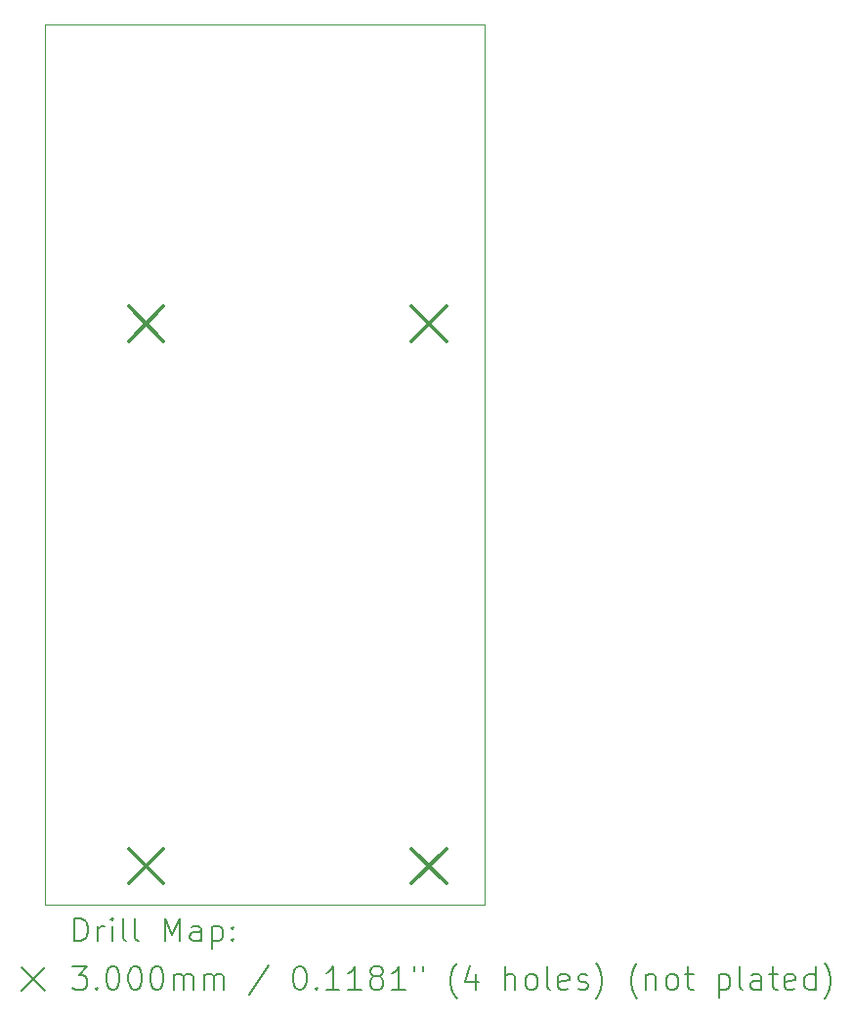
<source format=gbr>
%TF.GenerationSoftware,KiCad,Pcbnew,7.0.9*%
%TF.CreationDate,2023-11-29T15:21:28-05:00*%
%TF.ProjectId,Foodinator,466f6f64-696e-4617-946f-722e6b696361,rev?*%
%TF.SameCoordinates,Original*%
%TF.FileFunction,Drillmap*%
%TF.FilePolarity,Positive*%
%FSLAX45Y45*%
G04 Gerber Fmt 4.5, Leading zero omitted, Abs format (unit mm)*
G04 Created by KiCad (PCBNEW 7.0.9) date 2023-11-29 15:21:28*
%MOMM*%
%LPD*%
G01*
G04 APERTURE LIST*
%ADD10C,0.100000*%
%ADD11C,0.200000*%
%ADD12C,0.300000*%
G04 APERTURE END LIST*
D10*
X12954000Y-13208000D02*
X12954000Y-5588000D01*
X9144000Y-5588000D02*
X9144000Y-13208000D01*
X12954000Y-5588000D02*
X9144000Y-5588000D01*
X9144000Y-13208000D02*
X12954000Y-13208000D01*
D11*
D12*
X9867500Y-8028500D02*
X10167500Y-8328500D01*
X10167500Y-8028500D02*
X9867500Y-8328500D01*
X9867500Y-12723500D02*
X10167500Y-13023500D01*
X10167500Y-12723500D02*
X9867500Y-13023500D01*
X12318500Y-8028500D02*
X12618500Y-8328500D01*
X12618500Y-8028500D02*
X12318500Y-8328500D01*
X12318500Y-12723500D02*
X12618500Y-13023500D01*
X12618500Y-12723500D02*
X12318500Y-13023500D01*
D11*
X9399777Y-13524484D02*
X9399777Y-13324484D01*
X9399777Y-13324484D02*
X9447396Y-13324484D01*
X9447396Y-13324484D02*
X9475967Y-13334008D01*
X9475967Y-13334008D02*
X9495015Y-13353055D01*
X9495015Y-13353055D02*
X9504539Y-13372103D01*
X9504539Y-13372103D02*
X9514063Y-13410198D01*
X9514063Y-13410198D02*
X9514063Y-13438769D01*
X9514063Y-13438769D02*
X9504539Y-13476865D01*
X9504539Y-13476865D02*
X9495015Y-13495912D01*
X9495015Y-13495912D02*
X9475967Y-13514960D01*
X9475967Y-13514960D02*
X9447396Y-13524484D01*
X9447396Y-13524484D02*
X9399777Y-13524484D01*
X9599777Y-13524484D02*
X9599777Y-13391150D01*
X9599777Y-13429246D02*
X9609301Y-13410198D01*
X9609301Y-13410198D02*
X9618824Y-13400674D01*
X9618824Y-13400674D02*
X9637872Y-13391150D01*
X9637872Y-13391150D02*
X9656920Y-13391150D01*
X9723586Y-13524484D02*
X9723586Y-13391150D01*
X9723586Y-13324484D02*
X9714063Y-13334008D01*
X9714063Y-13334008D02*
X9723586Y-13343531D01*
X9723586Y-13343531D02*
X9733110Y-13334008D01*
X9733110Y-13334008D02*
X9723586Y-13324484D01*
X9723586Y-13324484D02*
X9723586Y-13343531D01*
X9847396Y-13524484D02*
X9828348Y-13514960D01*
X9828348Y-13514960D02*
X9818824Y-13495912D01*
X9818824Y-13495912D02*
X9818824Y-13324484D01*
X9952158Y-13524484D02*
X9933110Y-13514960D01*
X9933110Y-13514960D02*
X9923586Y-13495912D01*
X9923586Y-13495912D02*
X9923586Y-13324484D01*
X10180729Y-13524484D02*
X10180729Y-13324484D01*
X10180729Y-13324484D02*
X10247396Y-13467341D01*
X10247396Y-13467341D02*
X10314063Y-13324484D01*
X10314063Y-13324484D02*
X10314063Y-13524484D01*
X10495015Y-13524484D02*
X10495015Y-13419722D01*
X10495015Y-13419722D02*
X10485491Y-13400674D01*
X10485491Y-13400674D02*
X10466444Y-13391150D01*
X10466444Y-13391150D02*
X10428348Y-13391150D01*
X10428348Y-13391150D02*
X10409301Y-13400674D01*
X10495015Y-13514960D02*
X10475967Y-13524484D01*
X10475967Y-13524484D02*
X10428348Y-13524484D01*
X10428348Y-13524484D02*
X10409301Y-13514960D01*
X10409301Y-13514960D02*
X10399777Y-13495912D01*
X10399777Y-13495912D02*
X10399777Y-13476865D01*
X10399777Y-13476865D02*
X10409301Y-13457817D01*
X10409301Y-13457817D02*
X10428348Y-13448293D01*
X10428348Y-13448293D02*
X10475967Y-13448293D01*
X10475967Y-13448293D02*
X10495015Y-13438769D01*
X10590253Y-13391150D02*
X10590253Y-13591150D01*
X10590253Y-13400674D02*
X10609301Y-13391150D01*
X10609301Y-13391150D02*
X10647396Y-13391150D01*
X10647396Y-13391150D02*
X10666444Y-13400674D01*
X10666444Y-13400674D02*
X10675967Y-13410198D01*
X10675967Y-13410198D02*
X10685491Y-13429246D01*
X10685491Y-13429246D02*
X10685491Y-13486388D01*
X10685491Y-13486388D02*
X10675967Y-13505436D01*
X10675967Y-13505436D02*
X10666444Y-13514960D01*
X10666444Y-13514960D02*
X10647396Y-13524484D01*
X10647396Y-13524484D02*
X10609301Y-13524484D01*
X10609301Y-13524484D02*
X10590253Y-13514960D01*
X10771205Y-13505436D02*
X10780729Y-13514960D01*
X10780729Y-13514960D02*
X10771205Y-13524484D01*
X10771205Y-13524484D02*
X10761682Y-13514960D01*
X10761682Y-13514960D02*
X10771205Y-13505436D01*
X10771205Y-13505436D02*
X10771205Y-13524484D01*
X10771205Y-13400674D02*
X10780729Y-13410198D01*
X10780729Y-13410198D02*
X10771205Y-13419722D01*
X10771205Y-13419722D02*
X10761682Y-13410198D01*
X10761682Y-13410198D02*
X10771205Y-13400674D01*
X10771205Y-13400674D02*
X10771205Y-13419722D01*
X8939000Y-13753000D02*
X9139000Y-13953000D01*
X9139000Y-13753000D02*
X8939000Y-13953000D01*
X9380729Y-13744484D02*
X9504539Y-13744484D01*
X9504539Y-13744484D02*
X9437872Y-13820674D01*
X9437872Y-13820674D02*
X9466444Y-13820674D01*
X9466444Y-13820674D02*
X9485491Y-13830198D01*
X9485491Y-13830198D02*
X9495015Y-13839722D01*
X9495015Y-13839722D02*
X9504539Y-13858769D01*
X9504539Y-13858769D02*
X9504539Y-13906388D01*
X9504539Y-13906388D02*
X9495015Y-13925436D01*
X9495015Y-13925436D02*
X9485491Y-13934960D01*
X9485491Y-13934960D02*
X9466444Y-13944484D01*
X9466444Y-13944484D02*
X9409301Y-13944484D01*
X9409301Y-13944484D02*
X9390253Y-13934960D01*
X9390253Y-13934960D02*
X9380729Y-13925436D01*
X9590253Y-13925436D02*
X9599777Y-13934960D01*
X9599777Y-13934960D02*
X9590253Y-13944484D01*
X9590253Y-13944484D02*
X9580729Y-13934960D01*
X9580729Y-13934960D02*
X9590253Y-13925436D01*
X9590253Y-13925436D02*
X9590253Y-13944484D01*
X9723586Y-13744484D02*
X9742634Y-13744484D01*
X9742634Y-13744484D02*
X9761682Y-13754008D01*
X9761682Y-13754008D02*
X9771205Y-13763531D01*
X9771205Y-13763531D02*
X9780729Y-13782579D01*
X9780729Y-13782579D02*
X9790253Y-13820674D01*
X9790253Y-13820674D02*
X9790253Y-13868293D01*
X9790253Y-13868293D02*
X9780729Y-13906388D01*
X9780729Y-13906388D02*
X9771205Y-13925436D01*
X9771205Y-13925436D02*
X9761682Y-13934960D01*
X9761682Y-13934960D02*
X9742634Y-13944484D01*
X9742634Y-13944484D02*
X9723586Y-13944484D01*
X9723586Y-13944484D02*
X9704539Y-13934960D01*
X9704539Y-13934960D02*
X9695015Y-13925436D01*
X9695015Y-13925436D02*
X9685491Y-13906388D01*
X9685491Y-13906388D02*
X9675967Y-13868293D01*
X9675967Y-13868293D02*
X9675967Y-13820674D01*
X9675967Y-13820674D02*
X9685491Y-13782579D01*
X9685491Y-13782579D02*
X9695015Y-13763531D01*
X9695015Y-13763531D02*
X9704539Y-13754008D01*
X9704539Y-13754008D02*
X9723586Y-13744484D01*
X9914063Y-13744484D02*
X9933110Y-13744484D01*
X9933110Y-13744484D02*
X9952158Y-13754008D01*
X9952158Y-13754008D02*
X9961682Y-13763531D01*
X9961682Y-13763531D02*
X9971205Y-13782579D01*
X9971205Y-13782579D02*
X9980729Y-13820674D01*
X9980729Y-13820674D02*
X9980729Y-13868293D01*
X9980729Y-13868293D02*
X9971205Y-13906388D01*
X9971205Y-13906388D02*
X9961682Y-13925436D01*
X9961682Y-13925436D02*
X9952158Y-13934960D01*
X9952158Y-13934960D02*
X9933110Y-13944484D01*
X9933110Y-13944484D02*
X9914063Y-13944484D01*
X9914063Y-13944484D02*
X9895015Y-13934960D01*
X9895015Y-13934960D02*
X9885491Y-13925436D01*
X9885491Y-13925436D02*
X9875967Y-13906388D01*
X9875967Y-13906388D02*
X9866444Y-13868293D01*
X9866444Y-13868293D02*
X9866444Y-13820674D01*
X9866444Y-13820674D02*
X9875967Y-13782579D01*
X9875967Y-13782579D02*
X9885491Y-13763531D01*
X9885491Y-13763531D02*
X9895015Y-13754008D01*
X9895015Y-13754008D02*
X9914063Y-13744484D01*
X10104539Y-13744484D02*
X10123586Y-13744484D01*
X10123586Y-13744484D02*
X10142634Y-13754008D01*
X10142634Y-13754008D02*
X10152158Y-13763531D01*
X10152158Y-13763531D02*
X10161682Y-13782579D01*
X10161682Y-13782579D02*
X10171205Y-13820674D01*
X10171205Y-13820674D02*
X10171205Y-13868293D01*
X10171205Y-13868293D02*
X10161682Y-13906388D01*
X10161682Y-13906388D02*
X10152158Y-13925436D01*
X10152158Y-13925436D02*
X10142634Y-13934960D01*
X10142634Y-13934960D02*
X10123586Y-13944484D01*
X10123586Y-13944484D02*
X10104539Y-13944484D01*
X10104539Y-13944484D02*
X10085491Y-13934960D01*
X10085491Y-13934960D02*
X10075967Y-13925436D01*
X10075967Y-13925436D02*
X10066444Y-13906388D01*
X10066444Y-13906388D02*
X10056920Y-13868293D01*
X10056920Y-13868293D02*
X10056920Y-13820674D01*
X10056920Y-13820674D02*
X10066444Y-13782579D01*
X10066444Y-13782579D02*
X10075967Y-13763531D01*
X10075967Y-13763531D02*
X10085491Y-13754008D01*
X10085491Y-13754008D02*
X10104539Y-13744484D01*
X10256920Y-13944484D02*
X10256920Y-13811150D01*
X10256920Y-13830198D02*
X10266444Y-13820674D01*
X10266444Y-13820674D02*
X10285491Y-13811150D01*
X10285491Y-13811150D02*
X10314063Y-13811150D01*
X10314063Y-13811150D02*
X10333110Y-13820674D01*
X10333110Y-13820674D02*
X10342634Y-13839722D01*
X10342634Y-13839722D02*
X10342634Y-13944484D01*
X10342634Y-13839722D02*
X10352158Y-13820674D01*
X10352158Y-13820674D02*
X10371205Y-13811150D01*
X10371205Y-13811150D02*
X10399777Y-13811150D01*
X10399777Y-13811150D02*
X10418825Y-13820674D01*
X10418825Y-13820674D02*
X10428348Y-13839722D01*
X10428348Y-13839722D02*
X10428348Y-13944484D01*
X10523586Y-13944484D02*
X10523586Y-13811150D01*
X10523586Y-13830198D02*
X10533110Y-13820674D01*
X10533110Y-13820674D02*
X10552158Y-13811150D01*
X10552158Y-13811150D02*
X10580729Y-13811150D01*
X10580729Y-13811150D02*
X10599777Y-13820674D01*
X10599777Y-13820674D02*
X10609301Y-13839722D01*
X10609301Y-13839722D02*
X10609301Y-13944484D01*
X10609301Y-13839722D02*
X10618825Y-13820674D01*
X10618825Y-13820674D02*
X10637872Y-13811150D01*
X10637872Y-13811150D02*
X10666444Y-13811150D01*
X10666444Y-13811150D02*
X10685491Y-13820674D01*
X10685491Y-13820674D02*
X10695015Y-13839722D01*
X10695015Y-13839722D02*
X10695015Y-13944484D01*
X11085491Y-13734960D02*
X10914063Y-13992103D01*
X11342634Y-13744484D02*
X11361682Y-13744484D01*
X11361682Y-13744484D02*
X11380729Y-13754008D01*
X11380729Y-13754008D02*
X11390253Y-13763531D01*
X11390253Y-13763531D02*
X11399777Y-13782579D01*
X11399777Y-13782579D02*
X11409301Y-13820674D01*
X11409301Y-13820674D02*
X11409301Y-13868293D01*
X11409301Y-13868293D02*
X11399777Y-13906388D01*
X11399777Y-13906388D02*
X11390253Y-13925436D01*
X11390253Y-13925436D02*
X11380729Y-13934960D01*
X11380729Y-13934960D02*
X11361682Y-13944484D01*
X11361682Y-13944484D02*
X11342634Y-13944484D01*
X11342634Y-13944484D02*
X11323586Y-13934960D01*
X11323586Y-13934960D02*
X11314063Y-13925436D01*
X11314063Y-13925436D02*
X11304539Y-13906388D01*
X11304539Y-13906388D02*
X11295015Y-13868293D01*
X11295015Y-13868293D02*
X11295015Y-13820674D01*
X11295015Y-13820674D02*
X11304539Y-13782579D01*
X11304539Y-13782579D02*
X11314063Y-13763531D01*
X11314063Y-13763531D02*
X11323586Y-13754008D01*
X11323586Y-13754008D02*
X11342634Y-13744484D01*
X11495015Y-13925436D02*
X11504539Y-13934960D01*
X11504539Y-13934960D02*
X11495015Y-13944484D01*
X11495015Y-13944484D02*
X11485491Y-13934960D01*
X11485491Y-13934960D02*
X11495015Y-13925436D01*
X11495015Y-13925436D02*
X11495015Y-13944484D01*
X11695015Y-13944484D02*
X11580729Y-13944484D01*
X11637872Y-13944484D02*
X11637872Y-13744484D01*
X11637872Y-13744484D02*
X11618825Y-13773055D01*
X11618825Y-13773055D02*
X11599777Y-13792103D01*
X11599777Y-13792103D02*
X11580729Y-13801627D01*
X11885491Y-13944484D02*
X11771206Y-13944484D01*
X11828348Y-13944484D02*
X11828348Y-13744484D01*
X11828348Y-13744484D02*
X11809301Y-13773055D01*
X11809301Y-13773055D02*
X11790253Y-13792103D01*
X11790253Y-13792103D02*
X11771206Y-13801627D01*
X11999777Y-13830198D02*
X11980729Y-13820674D01*
X11980729Y-13820674D02*
X11971206Y-13811150D01*
X11971206Y-13811150D02*
X11961682Y-13792103D01*
X11961682Y-13792103D02*
X11961682Y-13782579D01*
X11961682Y-13782579D02*
X11971206Y-13763531D01*
X11971206Y-13763531D02*
X11980729Y-13754008D01*
X11980729Y-13754008D02*
X11999777Y-13744484D01*
X11999777Y-13744484D02*
X12037872Y-13744484D01*
X12037872Y-13744484D02*
X12056920Y-13754008D01*
X12056920Y-13754008D02*
X12066444Y-13763531D01*
X12066444Y-13763531D02*
X12075967Y-13782579D01*
X12075967Y-13782579D02*
X12075967Y-13792103D01*
X12075967Y-13792103D02*
X12066444Y-13811150D01*
X12066444Y-13811150D02*
X12056920Y-13820674D01*
X12056920Y-13820674D02*
X12037872Y-13830198D01*
X12037872Y-13830198D02*
X11999777Y-13830198D01*
X11999777Y-13830198D02*
X11980729Y-13839722D01*
X11980729Y-13839722D02*
X11971206Y-13849246D01*
X11971206Y-13849246D02*
X11961682Y-13868293D01*
X11961682Y-13868293D02*
X11961682Y-13906388D01*
X11961682Y-13906388D02*
X11971206Y-13925436D01*
X11971206Y-13925436D02*
X11980729Y-13934960D01*
X11980729Y-13934960D02*
X11999777Y-13944484D01*
X11999777Y-13944484D02*
X12037872Y-13944484D01*
X12037872Y-13944484D02*
X12056920Y-13934960D01*
X12056920Y-13934960D02*
X12066444Y-13925436D01*
X12066444Y-13925436D02*
X12075967Y-13906388D01*
X12075967Y-13906388D02*
X12075967Y-13868293D01*
X12075967Y-13868293D02*
X12066444Y-13849246D01*
X12066444Y-13849246D02*
X12056920Y-13839722D01*
X12056920Y-13839722D02*
X12037872Y-13830198D01*
X12266444Y-13944484D02*
X12152158Y-13944484D01*
X12209301Y-13944484D02*
X12209301Y-13744484D01*
X12209301Y-13744484D02*
X12190253Y-13773055D01*
X12190253Y-13773055D02*
X12171206Y-13792103D01*
X12171206Y-13792103D02*
X12152158Y-13801627D01*
X12342634Y-13744484D02*
X12342634Y-13782579D01*
X12418825Y-13744484D02*
X12418825Y-13782579D01*
X12714063Y-14020674D02*
X12704539Y-14011150D01*
X12704539Y-14011150D02*
X12685491Y-13982579D01*
X12685491Y-13982579D02*
X12675968Y-13963531D01*
X12675968Y-13963531D02*
X12666444Y-13934960D01*
X12666444Y-13934960D02*
X12656920Y-13887341D01*
X12656920Y-13887341D02*
X12656920Y-13849246D01*
X12656920Y-13849246D02*
X12666444Y-13801627D01*
X12666444Y-13801627D02*
X12675968Y-13773055D01*
X12675968Y-13773055D02*
X12685491Y-13754008D01*
X12685491Y-13754008D02*
X12704539Y-13725436D01*
X12704539Y-13725436D02*
X12714063Y-13715912D01*
X12875968Y-13811150D02*
X12875968Y-13944484D01*
X12828348Y-13734960D02*
X12780729Y-13877817D01*
X12780729Y-13877817D02*
X12904539Y-13877817D01*
X13133110Y-13944484D02*
X13133110Y-13744484D01*
X13218825Y-13944484D02*
X13218825Y-13839722D01*
X13218825Y-13839722D02*
X13209301Y-13820674D01*
X13209301Y-13820674D02*
X13190253Y-13811150D01*
X13190253Y-13811150D02*
X13161682Y-13811150D01*
X13161682Y-13811150D02*
X13142634Y-13820674D01*
X13142634Y-13820674D02*
X13133110Y-13830198D01*
X13342634Y-13944484D02*
X13323587Y-13934960D01*
X13323587Y-13934960D02*
X13314063Y-13925436D01*
X13314063Y-13925436D02*
X13304539Y-13906388D01*
X13304539Y-13906388D02*
X13304539Y-13849246D01*
X13304539Y-13849246D02*
X13314063Y-13830198D01*
X13314063Y-13830198D02*
X13323587Y-13820674D01*
X13323587Y-13820674D02*
X13342634Y-13811150D01*
X13342634Y-13811150D02*
X13371206Y-13811150D01*
X13371206Y-13811150D02*
X13390253Y-13820674D01*
X13390253Y-13820674D02*
X13399777Y-13830198D01*
X13399777Y-13830198D02*
X13409301Y-13849246D01*
X13409301Y-13849246D02*
X13409301Y-13906388D01*
X13409301Y-13906388D02*
X13399777Y-13925436D01*
X13399777Y-13925436D02*
X13390253Y-13934960D01*
X13390253Y-13934960D02*
X13371206Y-13944484D01*
X13371206Y-13944484D02*
X13342634Y-13944484D01*
X13523587Y-13944484D02*
X13504539Y-13934960D01*
X13504539Y-13934960D02*
X13495015Y-13915912D01*
X13495015Y-13915912D02*
X13495015Y-13744484D01*
X13675968Y-13934960D02*
X13656920Y-13944484D01*
X13656920Y-13944484D02*
X13618825Y-13944484D01*
X13618825Y-13944484D02*
X13599777Y-13934960D01*
X13599777Y-13934960D02*
X13590253Y-13915912D01*
X13590253Y-13915912D02*
X13590253Y-13839722D01*
X13590253Y-13839722D02*
X13599777Y-13820674D01*
X13599777Y-13820674D02*
X13618825Y-13811150D01*
X13618825Y-13811150D02*
X13656920Y-13811150D01*
X13656920Y-13811150D02*
X13675968Y-13820674D01*
X13675968Y-13820674D02*
X13685491Y-13839722D01*
X13685491Y-13839722D02*
X13685491Y-13858769D01*
X13685491Y-13858769D02*
X13590253Y-13877817D01*
X13761682Y-13934960D02*
X13780730Y-13944484D01*
X13780730Y-13944484D02*
X13818825Y-13944484D01*
X13818825Y-13944484D02*
X13837872Y-13934960D01*
X13837872Y-13934960D02*
X13847396Y-13915912D01*
X13847396Y-13915912D02*
X13847396Y-13906388D01*
X13847396Y-13906388D02*
X13837872Y-13887341D01*
X13837872Y-13887341D02*
X13818825Y-13877817D01*
X13818825Y-13877817D02*
X13790253Y-13877817D01*
X13790253Y-13877817D02*
X13771206Y-13868293D01*
X13771206Y-13868293D02*
X13761682Y-13849246D01*
X13761682Y-13849246D02*
X13761682Y-13839722D01*
X13761682Y-13839722D02*
X13771206Y-13820674D01*
X13771206Y-13820674D02*
X13790253Y-13811150D01*
X13790253Y-13811150D02*
X13818825Y-13811150D01*
X13818825Y-13811150D02*
X13837872Y-13820674D01*
X13914063Y-14020674D02*
X13923587Y-14011150D01*
X13923587Y-14011150D02*
X13942634Y-13982579D01*
X13942634Y-13982579D02*
X13952158Y-13963531D01*
X13952158Y-13963531D02*
X13961682Y-13934960D01*
X13961682Y-13934960D02*
X13971206Y-13887341D01*
X13971206Y-13887341D02*
X13971206Y-13849246D01*
X13971206Y-13849246D02*
X13961682Y-13801627D01*
X13961682Y-13801627D02*
X13952158Y-13773055D01*
X13952158Y-13773055D02*
X13942634Y-13754008D01*
X13942634Y-13754008D02*
X13923587Y-13725436D01*
X13923587Y-13725436D02*
X13914063Y-13715912D01*
X14275968Y-14020674D02*
X14266444Y-14011150D01*
X14266444Y-14011150D02*
X14247396Y-13982579D01*
X14247396Y-13982579D02*
X14237872Y-13963531D01*
X14237872Y-13963531D02*
X14228349Y-13934960D01*
X14228349Y-13934960D02*
X14218825Y-13887341D01*
X14218825Y-13887341D02*
X14218825Y-13849246D01*
X14218825Y-13849246D02*
X14228349Y-13801627D01*
X14228349Y-13801627D02*
X14237872Y-13773055D01*
X14237872Y-13773055D02*
X14247396Y-13754008D01*
X14247396Y-13754008D02*
X14266444Y-13725436D01*
X14266444Y-13725436D02*
X14275968Y-13715912D01*
X14352158Y-13811150D02*
X14352158Y-13944484D01*
X14352158Y-13830198D02*
X14361682Y-13820674D01*
X14361682Y-13820674D02*
X14380730Y-13811150D01*
X14380730Y-13811150D02*
X14409301Y-13811150D01*
X14409301Y-13811150D02*
X14428349Y-13820674D01*
X14428349Y-13820674D02*
X14437872Y-13839722D01*
X14437872Y-13839722D02*
X14437872Y-13944484D01*
X14561682Y-13944484D02*
X14542634Y-13934960D01*
X14542634Y-13934960D02*
X14533111Y-13925436D01*
X14533111Y-13925436D02*
X14523587Y-13906388D01*
X14523587Y-13906388D02*
X14523587Y-13849246D01*
X14523587Y-13849246D02*
X14533111Y-13830198D01*
X14533111Y-13830198D02*
X14542634Y-13820674D01*
X14542634Y-13820674D02*
X14561682Y-13811150D01*
X14561682Y-13811150D02*
X14590253Y-13811150D01*
X14590253Y-13811150D02*
X14609301Y-13820674D01*
X14609301Y-13820674D02*
X14618825Y-13830198D01*
X14618825Y-13830198D02*
X14628349Y-13849246D01*
X14628349Y-13849246D02*
X14628349Y-13906388D01*
X14628349Y-13906388D02*
X14618825Y-13925436D01*
X14618825Y-13925436D02*
X14609301Y-13934960D01*
X14609301Y-13934960D02*
X14590253Y-13944484D01*
X14590253Y-13944484D02*
X14561682Y-13944484D01*
X14685492Y-13811150D02*
X14761682Y-13811150D01*
X14714063Y-13744484D02*
X14714063Y-13915912D01*
X14714063Y-13915912D02*
X14723587Y-13934960D01*
X14723587Y-13934960D02*
X14742634Y-13944484D01*
X14742634Y-13944484D02*
X14761682Y-13944484D01*
X14980730Y-13811150D02*
X14980730Y-14011150D01*
X14980730Y-13820674D02*
X14999777Y-13811150D01*
X14999777Y-13811150D02*
X15037873Y-13811150D01*
X15037873Y-13811150D02*
X15056920Y-13820674D01*
X15056920Y-13820674D02*
X15066444Y-13830198D01*
X15066444Y-13830198D02*
X15075968Y-13849246D01*
X15075968Y-13849246D02*
X15075968Y-13906388D01*
X15075968Y-13906388D02*
X15066444Y-13925436D01*
X15066444Y-13925436D02*
X15056920Y-13934960D01*
X15056920Y-13934960D02*
X15037873Y-13944484D01*
X15037873Y-13944484D02*
X14999777Y-13944484D01*
X14999777Y-13944484D02*
X14980730Y-13934960D01*
X15190253Y-13944484D02*
X15171206Y-13934960D01*
X15171206Y-13934960D02*
X15161682Y-13915912D01*
X15161682Y-13915912D02*
X15161682Y-13744484D01*
X15352158Y-13944484D02*
X15352158Y-13839722D01*
X15352158Y-13839722D02*
X15342634Y-13820674D01*
X15342634Y-13820674D02*
X15323587Y-13811150D01*
X15323587Y-13811150D02*
X15285492Y-13811150D01*
X15285492Y-13811150D02*
X15266444Y-13820674D01*
X15352158Y-13934960D02*
X15333111Y-13944484D01*
X15333111Y-13944484D02*
X15285492Y-13944484D01*
X15285492Y-13944484D02*
X15266444Y-13934960D01*
X15266444Y-13934960D02*
X15256920Y-13915912D01*
X15256920Y-13915912D02*
X15256920Y-13896865D01*
X15256920Y-13896865D02*
X15266444Y-13877817D01*
X15266444Y-13877817D02*
X15285492Y-13868293D01*
X15285492Y-13868293D02*
X15333111Y-13868293D01*
X15333111Y-13868293D02*
X15352158Y-13858769D01*
X15418825Y-13811150D02*
X15495015Y-13811150D01*
X15447396Y-13744484D02*
X15447396Y-13915912D01*
X15447396Y-13915912D02*
X15456920Y-13934960D01*
X15456920Y-13934960D02*
X15475968Y-13944484D01*
X15475968Y-13944484D02*
X15495015Y-13944484D01*
X15637873Y-13934960D02*
X15618825Y-13944484D01*
X15618825Y-13944484D02*
X15580730Y-13944484D01*
X15580730Y-13944484D02*
X15561682Y-13934960D01*
X15561682Y-13934960D02*
X15552158Y-13915912D01*
X15552158Y-13915912D02*
X15552158Y-13839722D01*
X15552158Y-13839722D02*
X15561682Y-13820674D01*
X15561682Y-13820674D02*
X15580730Y-13811150D01*
X15580730Y-13811150D02*
X15618825Y-13811150D01*
X15618825Y-13811150D02*
X15637873Y-13820674D01*
X15637873Y-13820674D02*
X15647396Y-13839722D01*
X15647396Y-13839722D02*
X15647396Y-13858769D01*
X15647396Y-13858769D02*
X15552158Y-13877817D01*
X15818825Y-13944484D02*
X15818825Y-13744484D01*
X15818825Y-13934960D02*
X15799777Y-13944484D01*
X15799777Y-13944484D02*
X15761682Y-13944484D01*
X15761682Y-13944484D02*
X15742634Y-13934960D01*
X15742634Y-13934960D02*
X15733111Y-13925436D01*
X15733111Y-13925436D02*
X15723587Y-13906388D01*
X15723587Y-13906388D02*
X15723587Y-13849246D01*
X15723587Y-13849246D02*
X15733111Y-13830198D01*
X15733111Y-13830198D02*
X15742634Y-13820674D01*
X15742634Y-13820674D02*
X15761682Y-13811150D01*
X15761682Y-13811150D02*
X15799777Y-13811150D01*
X15799777Y-13811150D02*
X15818825Y-13820674D01*
X15895015Y-14020674D02*
X15904539Y-14011150D01*
X15904539Y-14011150D02*
X15923587Y-13982579D01*
X15923587Y-13982579D02*
X15933111Y-13963531D01*
X15933111Y-13963531D02*
X15942634Y-13934960D01*
X15942634Y-13934960D02*
X15952158Y-13887341D01*
X15952158Y-13887341D02*
X15952158Y-13849246D01*
X15952158Y-13849246D02*
X15942634Y-13801627D01*
X15942634Y-13801627D02*
X15933111Y-13773055D01*
X15933111Y-13773055D02*
X15923587Y-13754008D01*
X15923587Y-13754008D02*
X15904539Y-13725436D01*
X15904539Y-13725436D02*
X15895015Y-13715912D01*
M02*

</source>
